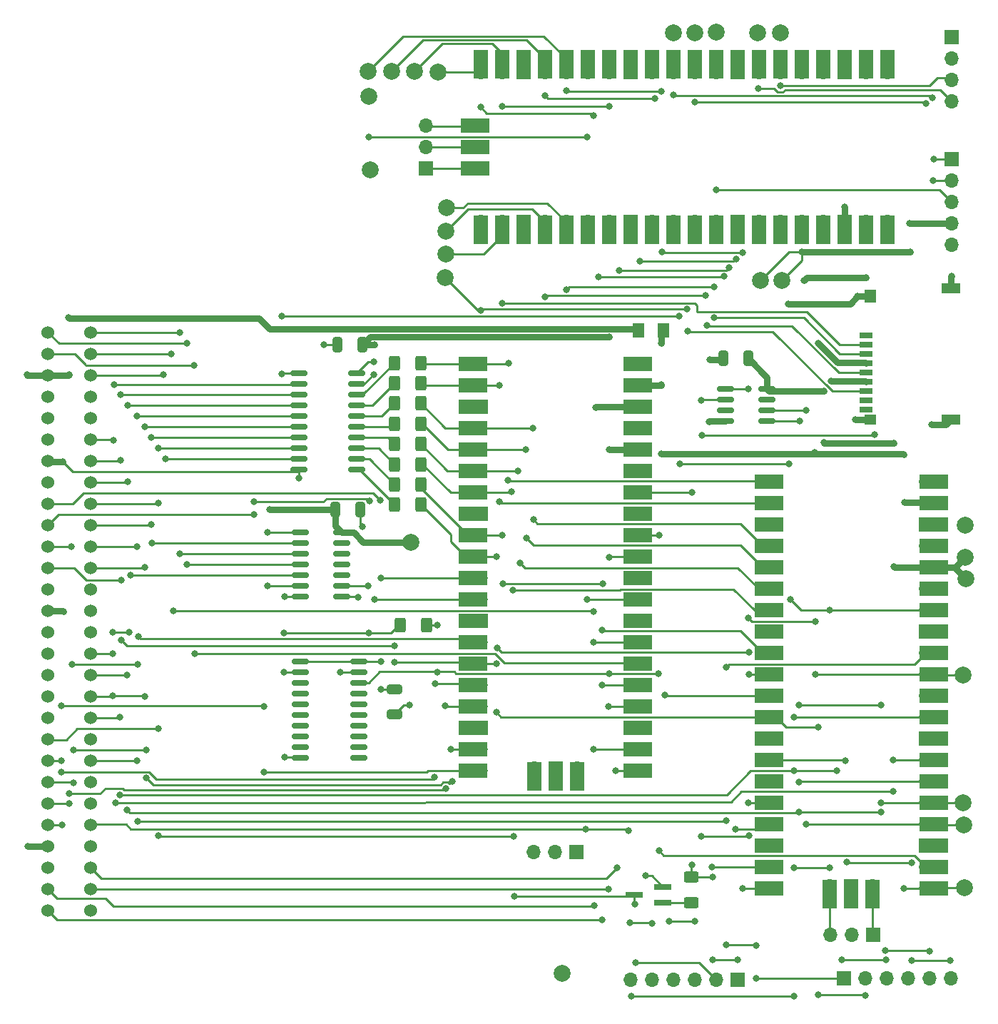
<source format=gtl>
G04 #@! TF.GenerationSoftware,KiCad,Pcbnew,6.0.11-2627ca5db0~126~ubuntu22.04.1*
G04 #@! TF.CreationDate,2023-04-18T11:11:01+01:00*
G04 #@! TF.ProjectId,srom,73726f6d-2e6b-4696-9361-645f70636258,v1.1 to v1.2 WIP*
G04 #@! TF.SameCoordinates,Original*
G04 #@! TF.FileFunction,Copper,L1,Top*
G04 #@! TF.FilePolarity,Positive*
%FSLAX46Y46*%
G04 Gerber Fmt 4.6, Leading zero omitted, Abs format (unit mm)*
G04 Created by KiCad (PCBNEW 6.0.11-2627ca5db0~126~ubuntu22.04.1) date 2023-04-18 11:11:01*
%MOMM*%
%LPD*%
G01*
G04 APERTURE LIST*
G04 Aperture macros list*
%AMRoundRect*
0 Rectangle with rounded corners*
0 $1 Rounding radius*
0 $2 $3 $4 $5 $6 $7 $8 $9 X,Y pos of 4 corners*
0 Add a 4 corners polygon primitive as box body*
4,1,4,$2,$3,$4,$5,$6,$7,$8,$9,$2,$3,0*
0 Add four circle primitives for the rounded corners*
1,1,$1+$1,$2,$3*
1,1,$1+$1,$4,$5*
1,1,$1+$1,$6,$7*
1,1,$1+$1,$8,$9*
0 Add four rect primitives between the rounded corners*
20,1,$1+$1,$2,$3,$4,$5,0*
20,1,$1+$1,$4,$5,$6,$7,0*
20,1,$1+$1,$6,$7,$8,$9,0*
20,1,$1+$1,$8,$9,$2,$3,0*%
G04 Aperture macros list end*
G04 #@! TA.AperFunction,SMDPad,CuDef*
%ADD10R,2.000000X0.650000*%
G04 #@! TD*
G04 #@! TA.AperFunction,ComponentPad*
%ADD11C,2.000000*%
G04 #@! TD*
G04 #@! TA.AperFunction,ComponentPad*
%ADD12R,1.700000X1.700000*%
G04 #@! TD*
G04 #@! TA.AperFunction,ComponentPad*
%ADD13O,1.700000X1.700000*%
G04 #@! TD*
G04 #@! TA.AperFunction,SMDPad,CuDef*
%ADD14R,1.700000X3.500000*%
G04 #@! TD*
G04 #@! TA.AperFunction,SMDPad,CuDef*
%ADD15R,3.500000X1.700000*%
G04 #@! TD*
G04 #@! TA.AperFunction,SMDPad,CuDef*
%ADD16RoundRect,0.250000X-0.400000X-0.625000X0.400000X-0.625000X0.400000X0.625000X-0.400000X0.625000X0*%
G04 #@! TD*
G04 #@! TA.AperFunction,SMDPad,CuDef*
%ADD17RoundRect,0.250000X-0.325000X-0.650000X0.325000X-0.650000X0.325000X0.650000X-0.325000X0.650000X0*%
G04 #@! TD*
G04 #@! TA.AperFunction,SMDPad,CuDef*
%ADD18RoundRect,0.250000X-0.625000X0.400000X-0.625000X-0.400000X0.625000X-0.400000X0.625000X0.400000X0*%
G04 #@! TD*
G04 #@! TA.AperFunction,SMDPad,CuDef*
%ADD19R,1.600000X0.700000*%
G04 #@! TD*
G04 #@! TA.AperFunction,SMDPad,CuDef*
%ADD20R,2.200000X1.200000*%
G04 #@! TD*
G04 #@! TA.AperFunction,SMDPad,CuDef*
%ADD21R,1.400000X1.600000*%
G04 #@! TD*
G04 #@! TA.AperFunction,SMDPad,CuDef*
%ADD22R,1.400000X1.200000*%
G04 #@! TD*
G04 #@! TA.AperFunction,SMDPad,CuDef*
%ADD23RoundRect,0.150000X-0.825000X-0.150000X0.825000X-0.150000X0.825000X0.150000X-0.825000X0.150000X0*%
G04 #@! TD*
G04 #@! TA.AperFunction,SMDPad,CuDef*
%ADD24RoundRect,0.150000X-0.837500X-0.150000X0.837500X-0.150000X0.837500X0.150000X-0.837500X0.150000X0*%
G04 #@! TD*
G04 #@! TA.AperFunction,SMDPad,CuDef*
%ADD25RoundRect,0.250000X0.325000X0.650000X-0.325000X0.650000X-0.325000X-0.650000X0.325000X-0.650000X0*%
G04 #@! TD*
G04 #@! TA.AperFunction,SMDPad,CuDef*
%ADD26RoundRect,0.250000X-0.650000X0.325000X-0.650000X-0.325000X0.650000X-0.325000X0.650000X0.325000X0*%
G04 #@! TD*
G04 #@! TA.AperFunction,SMDPad,CuDef*
%ADD27RoundRect,0.250001X0.462499X0.624999X-0.462499X0.624999X-0.462499X-0.624999X0.462499X-0.624999X0*%
G04 #@! TD*
G04 #@! TA.AperFunction,ComponentPad*
%ADD28C,1.524000*%
G04 #@! TD*
G04 #@! TA.AperFunction,ViaPad*
%ADD29C,0.800000*%
G04 #@! TD*
G04 #@! TA.AperFunction,Conductor*
%ADD30C,0.750000*%
G04 #@! TD*
G04 #@! TA.AperFunction,Conductor*
%ADD31C,0.250000*%
G04 #@! TD*
G04 APERTURE END LIST*
D10*
X123360000Y-162530000D03*
X123360000Y-160630000D03*
X119940000Y-161580000D03*
D11*
X159320000Y-124090000D03*
X158970000Y-150690000D03*
X97700000Y-80070000D03*
X88420000Y-66850000D03*
D12*
X95250000Y-75380000D03*
D13*
X95250000Y-72840000D03*
X95250000Y-70300000D03*
D11*
X96640000Y-64000000D03*
X137270000Y-59340000D03*
D13*
X149985000Y-63960000D03*
D14*
X149985000Y-63060000D03*
D13*
X147445000Y-63960000D03*
D14*
X147445000Y-63060000D03*
X144905000Y-63060000D03*
D12*
X144905000Y-63960000D03*
D14*
X142365000Y-63060000D03*
D13*
X142365000Y-63960000D03*
X139825000Y-63960000D03*
D14*
X139825000Y-63060000D03*
D13*
X137285000Y-63960000D03*
D14*
X137285000Y-63060000D03*
D13*
X134745000Y-63960000D03*
D14*
X134745000Y-63060000D03*
D12*
X132205000Y-63960000D03*
D14*
X132205000Y-63060000D03*
D13*
X129665000Y-63960000D03*
D14*
X129665000Y-63060000D03*
D13*
X127125000Y-63960000D03*
D14*
X127125000Y-63060000D03*
D13*
X124585000Y-63960000D03*
D14*
X124585000Y-63060000D03*
D13*
X122045000Y-63960000D03*
D14*
X122045000Y-63060000D03*
D12*
X119505000Y-63960000D03*
D14*
X119505000Y-63060000D03*
D13*
X116965000Y-63960000D03*
D14*
X116965000Y-63060000D03*
D13*
X114425000Y-63960000D03*
D14*
X114425000Y-63060000D03*
D13*
X111885000Y-63960000D03*
D14*
X111885000Y-63060000D03*
X109345000Y-63060000D03*
D13*
X109345000Y-63960000D03*
D12*
X106805000Y-63960000D03*
D14*
X106805000Y-63060000D03*
X104265000Y-63060000D03*
D13*
X104265000Y-63960000D03*
D14*
X101725000Y-63060000D03*
D13*
X101725000Y-63960000D03*
X101725000Y-81740000D03*
D14*
X101725000Y-82640000D03*
X104265000Y-82640000D03*
D13*
X104265000Y-81740000D03*
D14*
X106805000Y-82640000D03*
D12*
X106805000Y-81740000D03*
D14*
X109345000Y-82640000D03*
D13*
X109345000Y-81740000D03*
X111885000Y-81740000D03*
D14*
X111885000Y-82640000D03*
D13*
X114425000Y-81740000D03*
D14*
X114425000Y-82640000D03*
X116965000Y-82640000D03*
D13*
X116965000Y-81740000D03*
D14*
X119505000Y-82640000D03*
D12*
X119505000Y-81740000D03*
D14*
X122045000Y-82640000D03*
D13*
X122045000Y-81740000D03*
X124585000Y-81740000D03*
D14*
X124585000Y-82640000D03*
X127125000Y-82640000D03*
D13*
X127125000Y-81740000D03*
X129665000Y-81740000D03*
D14*
X129665000Y-82640000D03*
X132205000Y-82640000D03*
D12*
X132205000Y-81740000D03*
D14*
X134745000Y-82640000D03*
D13*
X134745000Y-81740000D03*
D14*
X137285000Y-82640000D03*
D13*
X137285000Y-81740000D03*
D14*
X139825000Y-82640000D03*
D13*
X139825000Y-81740000D03*
D14*
X142365000Y-82640000D03*
D13*
X142365000Y-81740000D03*
D12*
X144905000Y-81740000D03*
D14*
X144905000Y-82640000D03*
X147445000Y-82640000D03*
D13*
X147445000Y-81740000D03*
X149985000Y-81740000D03*
D14*
X149985000Y-82640000D03*
D15*
X101055000Y-70310000D03*
D13*
X101955000Y-70310000D03*
D15*
X101055000Y-72850000D03*
D12*
X101955000Y-72850000D03*
D13*
X101955000Y-75390000D03*
D15*
X101055000Y-75390000D03*
D16*
X92200000Y-129570000D03*
X95300000Y-129570000D03*
D11*
X134610000Y-59280000D03*
D12*
X132250000Y-171650000D03*
D13*
X129710000Y-171650000D03*
X127170000Y-171650000D03*
X124630000Y-171650000D03*
X122090000Y-171650000D03*
X119550000Y-171650000D03*
D12*
X144830000Y-171510000D03*
D13*
X147370000Y-171510000D03*
X149910000Y-171510000D03*
X152450000Y-171510000D03*
X154990000Y-171510000D03*
X157530000Y-171510000D03*
D17*
X84455000Y-115900000D03*
X87405000Y-115900000D03*
D11*
X137460000Y-88650000D03*
D18*
X126730000Y-159440000D03*
X126730000Y-162540000D03*
D11*
X93480000Y-119730000D03*
D19*
X147460000Y-95200000D03*
X147460000Y-96300000D03*
X147460000Y-97400000D03*
X147460000Y-98500000D03*
X147460000Y-99600000D03*
X147460000Y-100700000D03*
D20*
X157560000Y-105150000D03*
D21*
X147960000Y-90550000D03*
D22*
X147960000Y-105150000D03*
D20*
X157560000Y-89650000D03*
D19*
X147460000Y-101800000D03*
X147460000Y-102900000D03*
X147460000Y-104000000D03*
D11*
X124570000Y-59270000D03*
X97540000Y-88310000D03*
D23*
X130750000Y-101590000D03*
X130750000Y-102860000D03*
X130750000Y-104130000D03*
X130750000Y-105400000D03*
X135700000Y-105400000D03*
X135700000Y-104130000D03*
X135700000Y-102860000D03*
X135700000Y-101590000D03*
D11*
X97630000Y-85510000D03*
D16*
X91510715Y-108083570D03*
X94610715Y-108083570D03*
D23*
X80305000Y-118610000D03*
X80305000Y-119880000D03*
X80305000Y-121150000D03*
X80305000Y-122420000D03*
X80305000Y-123690000D03*
X80305000Y-124960000D03*
X80305000Y-126230000D03*
X85255000Y-126230000D03*
X85255000Y-124960000D03*
X85255000Y-123690000D03*
X85255000Y-122420000D03*
X85255000Y-121150000D03*
X85255000Y-119880000D03*
X85255000Y-118610000D03*
D11*
X91150000Y-63910000D03*
X111380000Y-170920000D03*
D16*
X91510715Y-112892140D03*
X94610715Y-112892140D03*
D24*
X80127500Y-99695000D03*
X80127500Y-100965000D03*
X80127500Y-102235000D03*
X80127500Y-103505000D03*
X80127500Y-104775000D03*
X80127500Y-106045000D03*
X80127500Y-107315000D03*
X80127500Y-108585000D03*
X80127500Y-109855000D03*
X80127500Y-111125000D03*
X87052500Y-111125000D03*
X87052500Y-109855000D03*
X87052500Y-108585000D03*
X87052500Y-107315000D03*
X87052500Y-106045000D03*
X87052500Y-104775000D03*
X87052500Y-103505000D03*
X87052500Y-102235000D03*
X87052500Y-100965000D03*
X87052500Y-99695000D03*
D12*
X157590000Y-74260000D03*
D13*
X157590000Y-76800000D03*
X157590000Y-79340000D03*
X157590000Y-81880000D03*
X157590000Y-84420000D03*
D11*
X93840000Y-63910000D03*
D15*
X135920000Y-112575000D03*
D13*
X136820000Y-112575000D03*
X136820000Y-115115000D03*
D15*
X135920000Y-115115000D03*
X135920000Y-117655000D03*
D12*
X136820000Y-117655000D03*
D13*
X136820000Y-120195000D03*
D15*
X135920000Y-120195000D03*
D13*
X136820000Y-122735000D03*
D15*
X135920000Y-122735000D03*
D13*
X136820000Y-125275000D03*
D15*
X135920000Y-125275000D03*
X135920000Y-127815000D03*
D13*
X136820000Y-127815000D03*
D12*
X136820000Y-130355000D03*
D15*
X135920000Y-130355000D03*
D13*
X136820000Y-132895000D03*
D15*
X135920000Y-132895000D03*
D13*
X136820000Y-135435000D03*
D15*
X135920000Y-135435000D03*
X135920000Y-137975000D03*
D13*
X136820000Y-137975000D03*
X136820000Y-140515000D03*
D15*
X135920000Y-140515000D03*
X135920000Y-143055000D03*
D12*
X136820000Y-143055000D03*
D13*
X136820000Y-145595000D03*
D15*
X135920000Y-145595000D03*
D13*
X136820000Y-148135000D03*
D15*
X135920000Y-148135000D03*
X135920000Y-150675000D03*
D13*
X136820000Y-150675000D03*
D15*
X135920000Y-153215000D03*
D13*
X136820000Y-153215000D03*
D15*
X135920000Y-155755000D03*
D12*
X136820000Y-155755000D03*
D15*
X135920000Y-158295000D03*
D13*
X136820000Y-158295000D03*
X136820000Y-160835000D03*
D15*
X135920000Y-160835000D03*
X155500000Y-160835000D03*
D13*
X154600000Y-160835000D03*
X154600000Y-158295000D03*
D15*
X155500000Y-158295000D03*
X155500000Y-155755000D03*
D12*
X154600000Y-155755000D03*
D15*
X155500000Y-153215000D03*
D13*
X154600000Y-153215000D03*
D15*
X155500000Y-150675000D03*
D13*
X154600000Y-150675000D03*
X154600000Y-148135000D03*
D15*
X155500000Y-148135000D03*
D13*
X154600000Y-145595000D03*
D15*
X155500000Y-145595000D03*
D12*
X154600000Y-143055000D03*
D15*
X155500000Y-143055000D03*
D13*
X154600000Y-140515000D03*
D15*
X155500000Y-140515000D03*
D13*
X154600000Y-137975000D03*
D15*
X155500000Y-137975000D03*
X155500000Y-135435000D03*
D13*
X154600000Y-135435000D03*
D15*
X155500000Y-132895000D03*
D13*
X154600000Y-132895000D03*
D15*
X155500000Y-130355000D03*
D12*
X154600000Y-130355000D03*
D15*
X155500000Y-127815000D03*
D13*
X154600000Y-127815000D03*
D15*
X155500000Y-125275000D03*
D13*
X154600000Y-125275000D03*
D15*
X155500000Y-122735000D03*
D13*
X154600000Y-122735000D03*
X154600000Y-120195000D03*
D15*
X155500000Y-120195000D03*
D12*
X154600000Y-117655000D03*
D15*
X155500000Y-117655000D03*
D13*
X154600000Y-115115000D03*
D15*
X155500000Y-115115000D03*
X155500000Y-112575000D03*
D13*
X154600000Y-112575000D03*
D14*
X143170000Y-161505000D03*
D13*
X143170000Y-160605000D03*
D12*
X145710000Y-160605000D03*
D14*
X145710000Y-161505000D03*
D13*
X148250000Y-160605000D03*
D14*
X148250000Y-161505000D03*
D11*
X97630000Y-82820000D03*
X159260000Y-121520000D03*
X88660000Y-75580000D03*
D16*
X91510715Y-103275000D03*
X94610715Y-103275000D03*
D11*
X88400000Y-63840000D03*
D12*
X157590000Y-59800000D03*
D13*
X157590000Y-62340000D03*
X157590000Y-64880000D03*
X157590000Y-67420000D03*
D16*
X91510715Y-115296430D03*
X94610715Y-115296430D03*
D25*
X87685000Y-96290000D03*
X84735000Y-96290000D03*
D11*
X129650000Y-59250000D03*
D16*
X91510715Y-100870715D03*
X94610715Y-100870715D03*
D12*
X113115000Y-156480000D03*
D13*
X110575000Y-156480000D03*
X108035000Y-156480000D03*
D16*
X91510715Y-98466430D03*
X94610715Y-98466430D03*
D25*
X133480000Y-97950000D03*
X130530000Y-97950000D03*
D11*
X159110000Y-160750000D03*
X158990000Y-135530000D03*
D12*
X148290000Y-166340000D03*
D13*
X145750000Y-166340000D03*
X143210000Y-166340000D03*
D26*
X91520000Y-137195000D03*
X91520000Y-140145000D03*
D24*
X80357500Y-133875000D03*
X80357500Y-135145000D03*
X80357500Y-136415000D03*
X80357500Y-137685000D03*
X80357500Y-138955000D03*
X80357500Y-140225000D03*
X80357500Y-141495000D03*
X80357500Y-142765000D03*
X80357500Y-144035000D03*
X80357500Y-145305000D03*
X87282500Y-145305000D03*
X87282500Y-144035000D03*
X87282500Y-142765000D03*
X87282500Y-141495000D03*
X87282500Y-140225000D03*
X87282500Y-138955000D03*
X87282500Y-137685000D03*
X87282500Y-136415000D03*
X87282500Y-135145000D03*
X87282500Y-133875000D03*
D27*
X123397500Y-94580000D03*
X120422500Y-94580000D03*
D16*
X91510715Y-110487855D03*
X94610715Y-110487855D03*
D11*
X159040000Y-153260000D03*
X134970000Y-88650000D03*
D28*
X50390000Y-105000000D03*
X55390000Y-105000000D03*
X55390000Y-94840000D03*
X55390000Y-97380000D03*
X55390000Y-99920000D03*
X55390000Y-102460000D03*
X55390000Y-107540000D03*
X55390000Y-110080000D03*
X55390000Y-112620000D03*
X55390000Y-115160000D03*
X55390000Y-117700000D03*
X55390000Y-120240000D03*
X55390000Y-122780000D03*
X55390000Y-125320000D03*
X55390000Y-127860000D03*
X55390000Y-130400000D03*
X55390000Y-132940000D03*
X55390000Y-135480000D03*
X55390000Y-138020000D03*
X55390000Y-140560000D03*
X55390000Y-143100000D03*
X55390000Y-145640000D03*
X55390000Y-148180000D03*
X55390000Y-150720000D03*
X55390000Y-153260000D03*
X55390000Y-155800000D03*
X55390000Y-158340000D03*
X55390000Y-160880000D03*
X55390000Y-163420000D03*
X50390000Y-94840000D03*
X50390000Y-97380000D03*
X50390000Y-99920000D03*
X50390000Y-102460000D03*
X50390000Y-107540000D03*
X50390000Y-110080000D03*
X50390000Y-112620000D03*
X50390000Y-115160000D03*
X50390000Y-117700000D03*
X50390000Y-120240000D03*
X50390000Y-122780000D03*
X50390000Y-125320000D03*
X50390000Y-127860000D03*
X50390000Y-130400000D03*
X50390000Y-132940000D03*
X50390000Y-135480000D03*
X50390000Y-138020000D03*
X50390000Y-140560000D03*
X50390000Y-143100000D03*
X50390000Y-145640000D03*
X50390000Y-148180000D03*
X50390000Y-150720000D03*
X50390000Y-153260000D03*
X50390000Y-155800000D03*
X50390000Y-158340000D03*
X50390000Y-160880000D03*
X50390000Y-163420000D03*
D11*
X159230000Y-117730000D03*
D16*
X91510715Y-105679285D03*
X94610715Y-105679285D03*
D13*
X101730000Y-98570000D03*
D15*
X100830000Y-98570000D03*
D13*
X101730000Y-101110000D03*
D15*
X100830000Y-101110000D03*
D12*
X101730000Y-103650000D03*
D15*
X100830000Y-103650000D03*
D13*
X101730000Y-106190000D03*
D15*
X100830000Y-106190000D03*
X100830000Y-108730000D03*
D13*
X101730000Y-108730000D03*
X101730000Y-111270000D03*
D15*
X100830000Y-111270000D03*
X100830000Y-113810000D03*
D13*
X101730000Y-113810000D03*
D12*
X101730000Y-116350000D03*
D15*
X100830000Y-116350000D03*
X100830000Y-118890000D03*
D13*
X101730000Y-118890000D03*
D15*
X100830000Y-121430000D03*
D13*
X101730000Y-121430000D03*
D15*
X100830000Y-123970000D03*
D13*
X101730000Y-123970000D03*
D15*
X100830000Y-126510000D03*
D13*
X101730000Y-126510000D03*
D15*
X100830000Y-129050000D03*
D12*
X101730000Y-129050000D03*
D15*
X100830000Y-131590000D03*
D13*
X101730000Y-131590000D03*
D15*
X100830000Y-134130000D03*
D13*
X101730000Y-134130000D03*
D15*
X100830000Y-136670000D03*
D13*
X101730000Y-136670000D03*
X101730000Y-139210000D03*
D15*
X100830000Y-139210000D03*
X100830000Y-141750000D03*
D12*
X101730000Y-141750000D03*
D13*
X101730000Y-144290000D03*
D15*
X100830000Y-144290000D03*
D13*
X101730000Y-146830000D03*
D15*
X100830000Y-146830000D03*
X120410000Y-146830000D03*
D13*
X119510000Y-146830000D03*
X119510000Y-144290000D03*
D15*
X120410000Y-144290000D03*
D12*
X119510000Y-141750000D03*
D15*
X120410000Y-141750000D03*
X120410000Y-139210000D03*
D13*
X119510000Y-139210000D03*
X119510000Y-136670000D03*
D15*
X120410000Y-136670000D03*
D13*
X119510000Y-134130000D03*
D15*
X120410000Y-134130000D03*
X120410000Y-131590000D03*
D13*
X119510000Y-131590000D03*
D15*
X120410000Y-129050000D03*
D12*
X119510000Y-129050000D03*
D15*
X120410000Y-126510000D03*
D13*
X119510000Y-126510000D03*
X119510000Y-123970000D03*
D15*
X120410000Y-123970000D03*
D13*
X119510000Y-121430000D03*
D15*
X120410000Y-121430000D03*
X120410000Y-118890000D03*
D13*
X119510000Y-118890000D03*
D12*
X119510000Y-116350000D03*
D15*
X120410000Y-116350000D03*
X120410000Y-113810000D03*
D13*
X119510000Y-113810000D03*
D15*
X120410000Y-111270000D03*
D13*
X119510000Y-111270000D03*
D15*
X120410000Y-108730000D03*
D13*
X119510000Y-108730000D03*
D15*
X120410000Y-106190000D03*
D13*
X119510000Y-106190000D03*
D15*
X120410000Y-103650000D03*
D12*
X119510000Y-103650000D03*
D13*
X119510000Y-101110000D03*
D15*
X120410000Y-101110000D03*
D13*
X119510000Y-98570000D03*
D15*
X120410000Y-98570000D03*
D14*
X108080000Y-147500000D03*
D13*
X108080000Y-146600000D03*
D12*
X110620000Y-146600000D03*
D14*
X110620000Y-147500000D03*
X113160000Y-147500000D03*
D13*
X113160000Y-146600000D03*
D11*
X127140000Y-59270000D03*
D29*
X87660000Y-117910000D03*
X146480000Y-90550000D03*
X87170000Y-126250000D03*
X157620000Y-88150000D03*
X89020000Y-99840000D03*
X146190000Y-105150000D03*
X138220000Y-91470000D03*
X93250000Y-139060000D03*
X128860000Y-105420000D03*
X52170000Y-110180000D03*
X121260000Y-159300000D03*
X80160000Y-112130000D03*
X128880000Y-98070000D03*
X78470000Y-145270000D03*
X85060000Y-135170000D03*
X144910000Y-79980000D03*
X83140000Y-96290000D03*
X115390000Y-103720000D03*
X52190000Y-127940000D03*
X78450000Y-126230000D03*
X155260000Y-105750000D03*
X143310000Y-100640000D03*
X76670000Y-115850000D03*
X47900000Y-99900000D03*
X52840000Y-93050000D03*
X47990000Y-155820000D03*
X76710000Y-94420000D03*
X52860000Y-99890000D03*
X147490000Y-88380000D03*
X123180000Y-109270000D03*
X141410000Y-109050000D03*
X152040000Y-115010000D03*
X140090000Y-88690000D03*
X151950000Y-109330000D03*
X123180000Y-96120000D03*
X123180000Y-101080000D03*
X76420000Y-118600000D03*
X76400000Y-124960000D03*
X89840000Y-114750000D03*
X89849000Y-123980000D03*
X88567701Y-114822299D03*
X74840000Y-114970000D03*
X89124500Y-126500000D03*
X74840000Y-116430000D03*
X53190000Y-134240000D03*
X53164500Y-120250000D03*
X61010000Y-134260000D03*
X61070000Y-130890000D03*
X141770000Y-141660000D03*
X147390000Y-173490000D03*
X59100000Y-131360000D03*
X103570000Y-134110000D03*
X141780000Y-173440000D03*
X103570000Y-139930000D03*
X91490000Y-132030000D03*
X91490000Y-134020000D03*
X59070000Y-124200000D03*
X96310000Y-136560000D03*
X51980000Y-146990000D03*
X52060000Y-153300000D03*
X96260000Y-147610000D03*
X97550000Y-139110000D03*
X52890000Y-149590000D03*
X97590000Y-148965500D03*
X52860000Y-150720000D03*
X98340000Y-148090000D03*
X62020000Y-144400000D03*
X98220000Y-144290000D03*
X62040000Y-147720000D03*
X53430000Y-144410000D03*
X53420000Y-148260000D03*
X76040000Y-147020000D03*
X51950000Y-139110000D03*
X76030000Y-139210000D03*
X51970000Y-145640000D03*
X117760000Y-146870000D03*
X117940000Y-158330000D03*
X115190000Y-162830000D03*
X115160000Y-144310000D03*
X116930000Y-139260000D03*
X116920000Y-160890000D03*
X116113000Y-164507000D03*
X116110000Y-136650000D03*
X67780000Y-132950000D03*
X67750000Y-98730000D03*
X65280000Y-127900000D03*
X64960000Y-97430000D03*
X115110000Y-131570000D03*
X115080000Y-127930000D03*
X58200000Y-101020000D03*
X58160000Y-107630000D03*
X58960000Y-102260000D03*
X58960000Y-109980000D03*
X59850000Y-112560000D03*
X59850000Y-103460000D03*
X60910000Y-104750000D03*
X60910000Y-120280000D03*
X61850000Y-106070000D03*
X61850000Y-122680000D03*
X62650000Y-117660000D03*
X62610000Y-107270000D03*
X63500000Y-115130000D03*
X63500000Y-108560000D03*
X64030000Y-99820000D03*
X64300000Y-109880000D03*
X103673900Y-132269190D03*
X103630000Y-121460000D03*
X133570498Y-132830000D03*
X133610000Y-135430000D03*
X104310000Y-118920000D03*
X116225500Y-124680000D03*
X104400000Y-124680000D03*
X116110000Y-130130000D03*
X105360000Y-113710000D03*
X105540000Y-125404500D03*
X106140000Y-111280000D03*
X106440000Y-122230000D03*
X107164500Y-119220000D03*
X107050000Y-108750000D03*
X107940000Y-106230000D03*
X107980000Y-117070000D03*
X103920000Y-101110000D03*
X103980000Y-114960000D03*
X105010000Y-98490000D03*
X105000000Y-112400000D03*
X78360000Y-130480500D03*
X88460000Y-130480500D03*
X88400000Y-124880000D03*
X78410000Y-135160000D03*
X66830000Y-96130000D03*
X66880000Y-122420000D03*
X66020000Y-121130000D03*
X66010000Y-94860000D03*
X114190000Y-153760000D03*
X114400000Y-126510000D03*
X119280000Y-153920000D03*
X119410000Y-164900000D03*
X122060000Y-164940000D03*
X143175000Y-127815000D03*
X78100000Y-92890000D03*
X138910000Y-158360000D03*
X78100000Y-99760000D03*
X119600000Y-173580000D03*
X138360000Y-110420000D03*
X138480000Y-126510000D03*
X143150000Y-158360000D03*
X125260000Y-92930000D03*
X125340000Y-110450000D03*
X138930000Y-173610000D03*
X61860000Y-138060000D03*
X150680000Y-149300000D03*
X58390000Y-150700000D03*
X150690000Y-145580000D03*
X58080000Y-137960000D03*
X62680000Y-119850000D03*
X124590000Y-66630000D03*
X155320000Y-66970000D03*
X155470000Y-74260000D03*
X58080000Y-130460000D03*
X58060000Y-132980000D03*
X60010000Y-130430000D03*
X60190000Y-123680000D03*
X63470000Y-141880000D03*
X120004500Y-162640000D03*
X105680000Y-154630000D03*
X120135000Y-169625000D03*
X105700000Y-161710000D03*
X63480000Y-154520000D03*
X126790000Y-113840000D03*
X126770000Y-158060000D03*
X129220000Y-169260000D03*
X129220000Y-159450000D03*
X132250000Y-169290000D03*
X154595500Y-67679682D03*
X127120000Y-67514500D03*
X155410000Y-76800000D03*
X129680000Y-77940000D03*
X137290000Y-65610000D03*
X134710000Y-65870000D03*
X122870000Y-156370000D03*
X116950000Y-121550000D03*
X122845000Y-135305000D03*
X96570000Y-129570000D03*
X96600000Y-135140000D03*
X116950000Y-135300000D03*
X127150000Y-164730000D03*
X122900000Y-118910000D03*
X124090000Y-164710000D03*
X123594500Y-137910000D03*
X154990000Y-168240000D03*
X59760000Y-151510000D03*
X149260000Y-151780000D03*
X149770000Y-168220000D03*
X59770000Y-135500000D03*
X139510000Y-151790000D03*
X139510000Y-148190000D03*
X138940000Y-140490000D03*
X149810000Y-169320000D03*
X144570000Y-169280000D03*
X143970000Y-146880000D03*
X138940000Y-146870000D03*
X58900000Y-140530000D03*
X58940000Y-149690000D03*
X133525998Y-150674002D03*
X101730000Y-68130000D03*
X115710000Y-88290000D03*
X130585500Y-88204500D03*
X115130000Y-69090000D03*
X133600000Y-154540000D03*
X127920000Y-154640000D03*
X132015500Y-86147618D03*
X122440000Y-67110000D03*
X120660000Y-86370000D03*
X131950000Y-153750000D03*
X109350000Y-66760000D03*
X129190000Y-158310000D03*
X104290000Y-68000000D03*
X131205500Y-87144500D03*
X116950000Y-67990000D03*
X118170000Y-87480000D03*
X111870000Y-66120000D03*
X132780000Y-160800000D03*
X123290000Y-85260000D03*
X123150000Y-66270000D03*
X132780000Y-85400000D03*
X127980000Y-107030000D03*
X127910000Y-102870000D03*
X148450000Y-106970000D03*
X151920000Y-160850000D03*
X140310000Y-104080000D03*
X140310000Y-153230000D03*
X139510000Y-139040000D03*
X149260000Y-139040000D03*
X149270000Y-150700000D03*
X139585500Y-105360000D03*
X133464500Y-101590000D03*
X141470000Y-129140000D03*
X133490000Y-128700000D03*
X141490000Y-135420000D03*
X60960000Y-145650000D03*
X130910000Y-134540000D03*
X130870000Y-167530000D03*
X134430000Y-167590000D03*
X130860000Y-152770000D03*
X134430000Y-171500000D03*
X61040000Y-152830000D03*
X89855000Y-133875000D03*
X116980000Y-108730000D03*
X89130000Y-96300000D03*
X89860000Y-137190000D03*
X117020000Y-95380000D03*
X89010000Y-98340000D03*
X150740000Y-107980000D03*
X142470000Y-107940000D03*
X142460048Y-101839952D03*
X150790000Y-122660000D03*
X141810000Y-96170000D03*
X152620000Y-81880000D03*
X152720000Y-85270000D03*
X139825000Y-85275000D03*
X126250000Y-92100000D03*
X126280000Y-94700000D03*
X101730000Y-92205500D03*
X104320000Y-91375500D03*
X128580000Y-94000000D03*
X109340000Y-90651000D03*
X128420000Y-90470000D03*
X111910000Y-89745500D03*
X129470000Y-93124500D03*
X129400000Y-89450000D03*
X145140000Y-157654500D03*
X152850000Y-157730000D03*
X152880000Y-169330000D03*
X157430000Y-169360000D03*
X145020000Y-145690000D03*
X88450000Y-71630000D03*
X114360000Y-71660000D03*
D30*
X138220000Y-91470000D02*
X145560000Y-91470000D01*
X128880000Y-98070000D02*
X130410000Y-98070000D01*
X157620000Y-88150000D02*
X157560000Y-88210000D01*
D31*
X87150000Y-126230000D02*
X87170000Y-126250000D01*
D30*
X52170000Y-110180000D02*
X50490000Y-110180000D01*
D31*
X91520000Y-140145000D02*
X92605000Y-139060000D01*
X52170000Y-110180000D02*
X53340000Y-111350000D01*
X121260000Y-159300000D02*
X122030000Y-159300000D01*
D30*
X147400000Y-100640000D02*
X143310000Y-100640000D01*
D31*
X80127500Y-112097500D02*
X80160000Y-112130000D01*
D30*
X130750000Y-105400000D02*
X128880000Y-105400000D01*
X146480000Y-90550000D02*
X147960000Y-90550000D01*
D31*
X79902500Y-111350000D02*
X80127500Y-111125000D01*
D30*
X145560000Y-91470000D02*
X146480000Y-90550000D01*
D31*
X87405000Y-117655000D02*
X87660000Y-117910000D01*
X84735000Y-96290000D02*
X83140000Y-96290000D01*
X80127500Y-111125000D02*
X80127500Y-112097500D01*
X85085000Y-135145000D02*
X85060000Y-135170000D01*
X95260000Y-72850000D02*
X101955000Y-72850000D01*
D30*
X52110000Y-127860000D02*
X52190000Y-127940000D01*
D31*
X80305000Y-126230000D02*
X78450000Y-126230000D01*
D30*
X156960000Y-105750000D02*
X157560000Y-105150000D01*
X50390000Y-127860000D02*
X52110000Y-127860000D01*
X119510000Y-103650000D02*
X115460000Y-103650000D01*
X157560000Y-88210000D02*
X157560000Y-89650000D01*
X115460000Y-103650000D02*
X115390000Y-103720000D01*
D31*
X78470000Y-145270000D02*
X80322500Y-145270000D01*
X122030000Y-159300000D02*
X123360000Y-160630000D01*
X87405000Y-115900000D02*
X87405000Y-117655000D01*
X87895000Y-100965000D02*
X89020000Y-99840000D01*
X87282500Y-135145000D02*
X85085000Y-135145000D01*
D30*
X146190000Y-105150000D02*
X147960000Y-105150000D01*
D31*
X85255000Y-126230000D02*
X87150000Y-126230000D01*
D30*
X147460000Y-100700000D02*
X147400000Y-100640000D01*
X128880000Y-105400000D02*
X128860000Y-105420000D01*
D31*
X53340000Y-111350000D02*
X79902500Y-111350000D01*
D30*
X155260000Y-105750000D02*
X156960000Y-105750000D01*
X144905000Y-79985000D02*
X144910000Y-79980000D01*
D31*
X92605000Y-139060000D02*
X93250000Y-139060000D01*
D30*
X144905000Y-81740000D02*
X144905000Y-79985000D01*
X85255000Y-118610000D02*
X86680000Y-118610000D01*
X47990000Y-155820000D02*
X50370000Y-155820000D01*
X78800000Y-94420000D02*
X76710000Y-94420000D01*
X78815000Y-94405000D02*
X78800000Y-94420000D01*
X87800000Y-119730000D02*
X93480000Y-119730000D01*
X52830000Y-99920000D02*
X52860000Y-99890000D01*
X52920000Y-93130000D02*
X75420000Y-93130000D01*
X84455000Y-115900000D02*
X84455000Y-117810000D01*
X86680000Y-118610000D02*
X87800000Y-119730000D01*
X52840000Y-93050000D02*
X52920000Y-93130000D01*
X120247500Y-94405000D02*
X78815000Y-94405000D01*
X84455000Y-117810000D02*
X85255000Y-118610000D01*
X50390000Y-99920000D02*
X52830000Y-99920000D01*
X76670000Y-115850000D02*
X76720000Y-115900000D01*
X76720000Y-115900000D02*
X84455000Y-115900000D01*
D31*
X85030000Y-118730000D02*
X84480000Y-118180000D01*
D30*
X75420000Y-93130000D02*
X76710000Y-94420000D01*
X50390000Y-99920000D02*
X47920000Y-99920000D01*
X47920000Y-99920000D02*
X47900000Y-99900000D01*
X140090000Y-88690000D02*
X140400000Y-88380000D01*
X123180000Y-109270000D02*
X151890000Y-109270000D01*
X123150000Y-101110000D02*
X123180000Y-101080000D01*
X151890000Y-109270000D02*
X151950000Y-109330000D01*
X140400000Y-88380000D02*
X147490000Y-88380000D01*
X152040000Y-115010000D02*
X154495000Y-115010000D01*
X119510000Y-101110000D02*
X123150000Y-101110000D01*
X123180000Y-96120000D02*
X123180000Y-94797500D01*
D31*
X76430000Y-118610000D02*
X76420000Y-118600000D01*
X76400000Y-124960000D02*
X80305000Y-124960000D01*
X80305000Y-118610000D02*
X76430000Y-118610000D01*
X89859000Y-123970000D02*
X101730000Y-123970000D01*
X88970000Y-113890000D02*
X89740000Y-114660000D01*
X54600000Y-113890000D02*
X88970000Y-113890000D01*
X89740000Y-114660000D02*
X89830000Y-114750000D01*
X53330000Y-115160000D02*
X54600000Y-113890000D01*
X50390000Y-115160000D02*
X53330000Y-115160000D01*
X89830000Y-114750000D02*
X89840000Y-114750000D01*
X89849000Y-123980000D02*
X89859000Y-123970000D01*
X74820000Y-116450000D02*
X51640000Y-116450000D01*
X83060000Y-114970000D02*
X83460000Y-114570000D01*
X83460000Y-114570000D02*
X88315402Y-114570000D01*
X74840000Y-116430000D02*
X74820000Y-116450000D01*
X74840000Y-114970000D02*
X83060000Y-114970000D01*
X88315402Y-114570000D02*
X88567701Y-114822299D01*
X51640000Y-116450000D02*
X50390000Y-117700000D01*
X89124500Y-126500000D02*
X101720000Y-126500000D01*
X50390000Y-120240000D02*
X53154500Y-120240000D01*
X60990000Y-134240000D02*
X61010000Y-134260000D01*
X61070000Y-130890000D02*
X61385000Y-131205000D01*
X53190000Y-134240000D02*
X60990000Y-134240000D01*
X53154500Y-120240000D02*
X53164500Y-120250000D01*
X61385000Y-131205000D02*
X101345000Y-131205000D01*
X103550000Y-134130000D02*
X103570000Y-134110000D01*
X89095000Y-132035000D02*
X59775000Y-132035000D01*
X141780000Y-173440000D02*
X147340000Y-173440000D01*
X147340000Y-173440000D02*
X147390000Y-173490000D01*
X59775000Y-132035000D02*
X59100000Y-131360000D01*
X137965000Y-141660000D02*
X141770000Y-141660000D01*
X101730000Y-134130000D02*
X103550000Y-134130000D01*
X104155000Y-140515000D02*
X136820000Y-140515000D01*
X53480000Y-122780000D02*
X54900000Y-124200000D01*
X91490000Y-132030000D02*
X89095000Y-132035000D01*
X136820000Y-140515000D02*
X137965000Y-141660000D01*
X103570000Y-139930000D02*
X104155000Y-140515000D01*
X54900000Y-124200000D02*
X59070000Y-124200000D01*
X50390000Y-122780000D02*
X53480000Y-122780000D01*
X91490000Y-134020000D02*
X101620000Y-134020000D01*
X96260000Y-147610000D02*
X95990000Y-147880000D01*
X95990000Y-147880000D02*
X63225305Y-147880000D01*
X50390000Y-153260000D02*
X52020000Y-153260000D01*
X96310000Y-136560000D02*
X101620000Y-136560000D01*
X63225305Y-147880000D02*
X62335305Y-146990000D01*
X52020000Y-153260000D02*
X52060000Y-153300000D01*
X62335305Y-146990000D02*
X51980000Y-146990000D01*
X59435305Y-149160000D02*
X59240305Y-148965000D01*
X50390000Y-150720000D02*
X52860000Y-150720000D01*
X97550000Y-139110000D02*
X97650000Y-139210000D01*
X97650000Y-139210000D02*
X101730000Y-139210000D01*
X97590000Y-148965500D02*
X97395500Y-149160000D01*
X57195000Y-148965000D02*
X56570000Y-149590000D01*
X56570000Y-149590000D02*
X52890000Y-149590000D01*
X97395500Y-149160000D02*
X59435305Y-149160000D01*
X59240305Y-148965000D02*
X57195000Y-148965000D01*
X97890305Y-148240500D02*
X97289695Y-148240500D01*
X97010195Y-148520000D02*
X62840000Y-148520000D01*
X53340000Y-148180000D02*
X53420000Y-148260000D01*
X98340000Y-148090000D02*
X98039902Y-148390098D01*
X98220000Y-144290000D02*
X101730000Y-144290000D01*
X97289695Y-148240500D02*
X97010195Y-148520000D01*
X62840000Y-148520000D02*
X62040000Y-147720000D01*
X62010000Y-144410000D02*
X62020000Y-144400000D01*
X98039902Y-148390098D02*
X97890305Y-148240500D01*
X53430000Y-144410000D02*
X62010000Y-144410000D01*
X50390000Y-148180000D02*
X53340000Y-148180000D01*
X95500000Y-146830000D02*
X101730000Y-146830000D01*
X50390000Y-145640000D02*
X51970000Y-145640000D01*
X75930000Y-139110000D02*
X76030000Y-139210000D01*
X76040000Y-147020000D02*
X95310000Y-147020000D01*
X51950000Y-139110000D02*
X75930000Y-139110000D01*
X95310000Y-147020000D02*
X95500000Y-146830000D01*
X116630000Y-159640000D02*
X117940000Y-158330000D01*
X55390000Y-158340000D02*
X56690000Y-159640000D01*
X56690000Y-159640000D02*
X116630000Y-159640000D01*
X117760000Y-146870000D02*
X119470000Y-146870000D01*
X50390000Y-160880000D02*
X51477000Y-161967000D01*
X115160000Y-144310000D02*
X115180000Y-144290000D01*
X57217000Y-161967000D02*
X58160000Y-162910000D01*
X115180000Y-144290000D02*
X119510000Y-144290000D01*
X115110000Y-162910000D02*
X115190000Y-162830000D01*
X58160000Y-162910000D02*
X115110000Y-162910000D01*
X51477000Y-161967000D02*
X57217000Y-161967000D01*
X116930000Y-139260000D02*
X119460000Y-139260000D01*
X116910000Y-160880000D02*
X116920000Y-160890000D01*
X55390000Y-160880000D02*
X116910000Y-160880000D01*
X50390000Y-163420000D02*
X51477000Y-164507000D01*
X116130000Y-136670000D02*
X119510000Y-136670000D01*
X116110000Y-136650000D02*
X116130000Y-136670000D01*
X51477000Y-164507000D02*
X116113000Y-164507000D01*
X104555305Y-134070000D02*
X119450000Y-134070000D01*
X68960000Y-133000000D02*
X69005000Y-132955000D01*
X67830000Y-133000000D02*
X68960000Y-133000000D01*
X50390000Y-97380000D02*
X53530000Y-97380000D01*
X69005000Y-132955000D02*
X103440305Y-132955000D01*
X67780000Y-132950000D02*
X67830000Y-133000000D01*
X53530000Y-97380000D02*
X54800000Y-98650000D01*
X54880000Y-98730000D02*
X67750000Y-98730000D01*
X103440305Y-132955000D02*
X104555305Y-134070000D01*
X54800000Y-98650000D02*
X54880000Y-98730000D01*
X66185000Y-127875000D02*
X115025000Y-127875000D01*
X115025000Y-127875000D02*
X115080000Y-127930000D01*
X55390000Y-97380000D02*
X64910000Y-97380000D01*
X65280000Y-127900000D02*
X66185000Y-127875000D01*
X115110000Y-131570000D02*
X119490000Y-131570000D01*
X64910000Y-97380000D02*
X64960000Y-97430000D01*
X55390000Y-107540000D02*
X58070000Y-107540000D01*
X58070000Y-107540000D02*
X58160000Y-107630000D01*
X58200000Y-101020000D02*
X80072500Y-101020000D01*
X58960000Y-102260000D02*
X80102500Y-102260000D01*
X55390000Y-110080000D02*
X58860000Y-110080000D01*
X58860000Y-110080000D02*
X58960000Y-109980000D01*
X55390000Y-112620000D02*
X59790000Y-112620000D01*
X59790000Y-112620000D02*
X59850000Y-112560000D01*
X59850000Y-103460000D02*
X80082500Y-103460000D01*
X60870000Y-120240000D02*
X60910000Y-120280000D01*
X55390000Y-120240000D02*
X60870000Y-120240000D01*
X60910000Y-104750000D02*
X80102500Y-104750000D01*
X61750000Y-122780000D02*
X61850000Y-122680000D01*
X61850000Y-106070000D02*
X80102500Y-106070000D01*
X55390000Y-122780000D02*
X61750000Y-122780000D01*
X62610000Y-117700000D02*
X62650000Y-117660000D01*
X55390000Y-117700000D02*
X62610000Y-117700000D01*
X62610000Y-107270000D02*
X80082500Y-107270000D01*
X55390000Y-115160000D02*
X63470000Y-115160000D01*
X63470000Y-115160000D02*
X63500000Y-115130000D01*
X63500000Y-108560000D02*
X80102500Y-108560000D01*
X55390000Y-99920000D02*
X63930000Y-99920000D01*
X63930000Y-99920000D02*
X64030000Y-99820000D01*
X64300000Y-109880000D02*
X80102500Y-109880000D01*
X133610000Y-135430000D02*
X133615000Y-135435000D01*
X101730000Y-121430000D02*
X103600000Y-121430000D01*
X94656430Y-115296430D02*
X98150000Y-118790000D01*
X98150000Y-119650000D02*
X99930000Y-121430000D01*
X104224710Y-132820000D02*
X103673900Y-132269190D01*
X133570498Y-132830000D02*
X133560498Y-132820000D01*
X133615000Y-135435000D02*
X136820000Y-135435000D01*
X133560498Y-132820000D02*
X104224710Y-132820000D01*
X98150000Y-118790000D02*
X98150000Y-119650000D01*
X103600000Y-121430000D02*
X103630000Y-121460000D01*
X104400000Y-124680000D02*
X116225500Y-124680000D01*
X101730000Y-118890000D02*
X104280000Y-118890000D01*
X132540000Y-130225000D02*
X135210000Y-132895000D01*
X104280000Y-118890000D02*
X104310000Y-118920000D01*
X116110000Y-130130000D02*
X116205000Y-130225000D01*
X94610715Y-113315715D02*
X100185000Y-118890000D01*
X116205000Y-130225000D02*
X132540000Y-130225000D01*
X101730000Y-113810000D02*
X105260000Y-113810000D01*
X134215000Y-127815000D02*
X136820000Y-127815000D01*
X105540000Y-125404500D02*
X118265500Y-125404500D01*
X94837855Y-110487855D02*
X98160000Y-113810000D01*
X105260000Y-113810000D02*
X105360000Y-113710000D01*
X118265500Y-125404500D02*
X118335000Y-125335000D01*
X98160000Y-113810000D02*
X101730000Y-113810000D01*
X131735000Y-125335000D02*
X134215000Y-127815000D01*
X118335000Y-125335000D02*
X131735000Y-125335000D01*
X94610715Y-108083570D02*
X97797145Y-111270000D01*
X106440000Y-122230000D02*
X107005000Y-122795000D01*
X107005000Y-122795000D02*
X132265000Y-122795000D01*
X101730000Y-111270000D02*
X106130000Y-111270000D01*
X106130000Y-111270000D02*
X106140000Y-111280000D01*
X97797145Y-111270000D02*
X101730000Y-111270000D01*
X132265000Y-122795000D02*
X134745000Y-125275000D01*
X101750000Y-108750000D02*
X107050000Y-108750000D01*
X94779285Y-105679285D02*
X97830000Y-108730000D01*
X132540000Y-120065000D02*
X135210000Y-122735000D01*
X108009500Y-120065000D02*
X132540000Y-120065000D01*
X97830000Y-108730000D02*
X101730000Y-108730000D01*
X107164500Y-119220000D02*
X108009500Y-120065000D01*
X132540000Y-117525000D02*
X135210000Y-120195000D01*
X101730000Y-106190000D02*
X107900000Y-106190000D01*
X107900000Y-106190000D02*
X107940000Y-106230000D01*
X97525715Y-106190000D02*
X101730000Y-106190000D01*
X107980000Y-117070000D02*
X108435000Y-117525000D01*
X94610715Y-103275000D02*
X97525715Y-106190000D01*
X108435000Y-117525000D02*
X132540000Y-117525000D01*
X103980000Y-114960000D02*
X104135000Y-115115000D01*
X94850000Y-101110000D02*
X101730000Y-101110000D01*
X104135000Y-115115000D02*
X136820000Y-115115000D01*
X101730000Y-101110000D02*
X103920000Y-101110000D01*
X105000000Y-112400000D02*
X105045000Y-112445000D01*
X105045000Y-112445000D02*
X136690000Y-112445000D01*
X94714285Y-98570000D02*
X101730000Y-98570000D01*
X101730000Y-98570000D02*
X104930000Y-98570000D01*
X104930000Y-98570000D02*
X105010000Y-98490000D01*
X88320000Y-124960000D02*
X88400000Y-124880000D01*
X88460000Y-130480500D02*
X78360000Y-130480500D01*
X85255000Y-124960000D02*
X88320000Y-124960000D01*
X78410000Y-135160000D02*
X80342500Y-135160000D01*
X88460000Y-130480500D02*
X91109500Y-130480500D01*
X91109500Y-130480500D02*
X92030000Y-129560000D01*
X51670000Y-96120000D02*
X66820000Y-96120000D01*
X66880000Y-122420000D02*
X80305000Y-122420000D01*
X50390000Y-94840000D02*
X51670000Y-96120000D01*
X66820000Y-96120000D02*
X66830000Y-96130000D01*
X66020000Y-121130000D02*
X66040000Y-121150000D01*
X65990000Y-94840000D02*
X66010000Y-94860000D01*
X55390000Y-94840000D02*
X65990000Y-94840000D01*
X66040000Y-121150000D02*
X80305000Y-121150000D01*
X59650000Y-153240000D02*
X60160000Y-153750000D01*
X122020000Y-164900000D02*
X122060000Y-164940000D01*
X114190000Y-153760000D02*
X119120000Y-153760000D01*
X114400000Y-126510000D02*
X119510000Y-126510000D01*
X60170000Y-153760000D02*
X114190000Y-153760000D01*
X119120000Y-153760000D02*
X119280000Y-153920000D01*
X60160000Y-153750000D02*
X60170000Y-153760000D01*
X55650000Y-153240000D02*
X59650000Y-153240000D01*
X119410000Y-164900000D02*
X122020000Y-164900000D01*
X143150000Y-158360000D02*
X138910000Y-158360000D01*
X80127500Y-99695000D02*
X78165000Y-99695000D01*
X125340000Y-110450000D02*
X138330000Y-110450000D01*
X143175000Y-127815000D02*
X154600000Y-127815000D01*
X138330000Y-110450000D02*
X138360000Y-110420000D01*
X138930000Y-173610000D02*
X119630000Y-173610000D01*
X125260000Y-92930000D02*
X78140000Y-92930000D01*
X78140000Y-92930000D02*
X78100000Y-92890000D01*
X138480000Y-126510000D02*
X139785000Y-127815000D01*
X139785000Y-127815000D02*
X143175000Y-127815000D01*
X78165000Y-99695000D02*
X78100000Y-99760000D01*
X119630000Y-173610000D02*
X119600000Y-173580000D01*
X61760000Y-137960000D02*
X61860000Y-138060000D01*
X62680000Y-119850000D02*
X80275000Y-119850000D01*
X55390000Y-138020000D02*
X58020000Y-138020000D01*
X58390000Y-150700000D02*
X131440000Y-150600000D01*
X150705000Y-145595000D02*
X150690000Y-145580000D01*
X132660000Y-149330000D02*
X150885000Y-149310000D01*
X131440000Y-150600000D02*
X132660000Y-149330000D01*
X58020000Y-138020000D02*
X58080000Y-137960000D01*
X154600000Y-145595000D02*
X150705000Y-145595000D01*
X58080000Y-137960000D02*
X61760000Y-137960000D01*
X155470000Y-74260000D02*
X157590000Y-74260000D01*
X155320000Y-66970000D02*
X155140000Y-66790000D01*
X124750000Y-66790000D02*
X124590000Y-66630000D01*
X155140000Y-66790000D02*
X124750000Y-66790000D01*
X58080000Y-130460000D02*
X59980000Y-130460000D01*
X58020000Y-132940000D02*
X58060000Y-132980000D01*
X59980000Y-130460000D02*
X60010000Y-130430000D01*
X60190000Y-123680000D02*
X80295000Y-123680000D01*
X55390000Y-132940000D02*
X58020000Y-132940000D01*
X119940000Y-161580000D02*
X119940000Y-162575500D01*
X120135000Y-169625000D02*
X127685000Y-169625000D01*
X63590000Y-154630000D02*
X105680000Y-154630000D01*
X127685000Y-169625000D02*
X129710000Y-171650000D01*
X52550000Y-143180000D02*
X53850000Y-141880000D01*
X119940000Y-162575500D02*
X120004500Y-162640000D01*
X63480000Y-154520000D02*
X63590000Y-154630000D01*
X50370000Y-143180000D02*
X52550000Y-143180000D01*
X105700000Y-161710000D02*
X119810000Y-161710000D01*
X53850000Y-141880000D02*
X63470000Y-141880000D01*
X129210000Y-159440000D02*
X129220000Y-159450000D01*
X126730000Y-158100000D02*
X126770000Y-158060000D01*
X126730000Y-159440000D02*
X126730000Y-158100000D01*
X126730000Y-159440000D02*
X129210000Y-159440000D01*
X129220000Y-169260000D02*
X132220000Y-169260000D01*
X126790000Y-113840000D02*
X119540000Y-113840000D01*
X132220000Y-169260000D02*
X132250000Y-169290000D01*
X154595500Y-67679682D02*
X154415818Y-67500000D01*
X154415818Y-67500000D02*
X127134500Y-67500000D01*
X127134500Y-67500000D02*
X127120000Y-67514500D01*
X155410000Y-76800000D02*
X157590000Y-76800000D01*
X156190000Y-77940000D02*
X157590000Y-79340000D01*
X129680000Y-77940000D02*
X156190000Y-77940000D01*
X155960000Y-64610000D02*
X157320000Y-64610000D01*
X154960000Y-65610000D02*
X155960000Y-64610000D01*
X137290000Y-65610000D02*
X154960000Y-65610000D01*
X137590305Y-66335000D02*
X137865305Y-66060000D01*
X134710000Y-65870000D02*
X136565000Y-65870000D01*
X136989695Y-66335000D02*
X137590305Y-66335000D01*
X136565000Y-65910305D02*
X136989695Y-66335000D01*
X156230000Y-66060000D02*
X157590000Y-67420000D01*
X136565000Y-65870000D02*
X136565000Y-65910305D01*
X137865305Y-66060000D02*
X156230000Y-66060000D01*
X87707145Y-102270000D02*
X91510715Y-98466430D01*
X87193215Y-103540000D02*
X88841430Y-103540000D01*
X88841430Y-103540000D02*
X91510715Y-100870715D01*
X89975715Y-104810000D02*
X91510715Y-103275000D01*
X87193215Y-104810000D02*
X89975715Y-104810000D01*
X87193215Y-106080000D02*
X91110000Y-106080000D01*
X90777145Y-107350000D02*
X91510715Y-108083570D01*
X87193215Y-107350000D02*
X90777145Y-107350000D01*
X89642860Y-108620000D02*
X91510715Y-110487855D01*
X87193215Y-108620000D02*
X89642860Y-108620000D01*
X88508575Y-109890000D02*
X91510715Y-112892140D01*
X87193215Y-109890000D02*
X88508575Y-109890000D01*
X87374285Y-111160000D02*
X91510715Y-115296430D01*
X123430000Y-156930000D02*
X153235000Y-156930000D01*
X117070000Y-121430000D02*
X119510000Y-121430000D01*
X153235000Y-156930000D02*
X154600000Y-158295000D01*
X116910000Y-135340000D02*
X116950000Y-135300000D01*
X116955000Y-135305000D02*
X122845000Y-135305000D01*
X87282500Y-136415000D02*
X88459695Y-136415000D01*
X98570000Y-135120000D02*
X98790000Y-135340000D01*
X95130000Y-129560000D02*
X96560000Y-129560000D01*
X89754695Y-135120000D02*
X98570000Y-135120000D01*
X116950000Y-135300000D02*
X116955000Y-135305000D01*
X98790000Y-135340000D02*
X116910000Y-135340000D01*
X116950000Y-121550000D02*
X117070000Y-121430000D01*
X88459695Y-136415000D02*
X89754695Y-135120000D01*
X122870000Y-156370000D02*
X123430000Y-156930000D01*
X96560000Y-129560000D02*
X96570000Y-129570000D01*
X123644500Y-137960000D02*
X136805000Y-137960000D01*
X119510000Y-118890000D02*
X122880000Y-118890000D01*
X122880000Y-118890000D02*
X122900000Y-118910000D01*
X124110000Y-164730000D02*
X127150000Y-164730000D01*
X124090000Y-164710000D02*
X124110000Y-164730000D01*
X123594500Y-137910000D02*
X123644500Y-137960000D01*
X60100000Y-151850000D02*
X139450000Y-151850000D01*
X59760000Y-151510000D02*
X60100000Y-151850000D01*
X55390000Y-135480000D02*
X59750000Y-135480000D01*
X139510000Y-148190000D02*
X139565000Y-148135000D01*
X59750000Y-135480000D02*
X59770000Y-135500000D01*
X154970000Y-168220000D02*
X154990000Y-168240000D01*
X139510000Y-151790000D02*
X149250000Y-151790000D01*
X139450000Y-151850000D02*
X139510000Y-151790000D01*
X149250000Y-151790000D02*
X149260000Y-151780000D01*
X139565000Y-148135000D02*
X154600000Y-148135000D01*
X149770000Y-168220000D02*
X154970000Y-168220000D01*
X55390000Y-140560000D02*
X58870000Y-140560000D01*
X58940000Y-149690000D02*
X130925000Y-149690000D01*
X58870000Y-140560000D02*
X58900000Y-140530000D01*
X133745000Y-146870000D02*
X138940000Y-146870000D01*
X130925000Y-149690000D02*
X133745000Y-146870000D01*
X149770000Y-169280000D02*
X149810000Y-169320000D01*
X144570000Y-169280000D02*
X149770000Y-169280000D01*
X138940000Y-146870000D02*
X143960000Y-146870000D01*
X138940000Y-140490000D02*
X138965000Y-140515000D01*
X143960000Y-146870000D02*
X143970000Y-146880000D01*
X138965000Y-140515000D02*
X154600000Y-140515000D01*
X130585500Y-88204500D02*
X130500000Y-88290000D01*
X101725000Y-63960000D02*
X101685000Y-64000000D01*
X101685000Y-64000000D02*
X96640000Y-64000000D01*
X133525998Y-150674002D02*
X133526996Y-150675000D01*
X130500000Y-88290000D02*
X115710000Y-88290000D01*
X114880000Y-68840000D02*
X115130000Y-69090000D01*
X102440000Y-68840000D02*
X114880000Y-68840000D01*
X133526996Y-150675000D02*
X136820000Y-150675000D01*
X133500000Y-154640000D02*
X127920000Y-154640000D01*
X101730000Y-68130000D02*
X102440000Y-68840000D01*
X133600000Y-154540000D02*
X133500000Y-154640000D01*
X131743118Y-86420000D02*
X120710000Y-86420000D01*
X109700000Y-67110000D02*
X122440000Y-67110000D01*
X109345000Y-63960000D02*
X109345000Y-62350000D01*
X94910000Y-60150000D02*
X91150000Y-63910000D01*
X109350000Y-66760000D02*
X109700000Y-67110000D01*
X107145000Y-60150000D02*
X94910000Y-60150000D01*
X132015500Y-86147618D02*
X131743118Y-86420000D01*
X120710000Y-86420000D02*
X120660000Y-86370000D01*
X131950000Y-153750000D02*
X136285000Y-153750000D01*
X109345000Y-62350000D02*
X107145000Y-60150000D01*
X131205500Y-87144500D02*
X130870000Y-87480000D01*
X103090000Y-60600000D02*
X97150000Y-60600000D01*
X97150000Y-60600000D02*
X93840000Y-63910000D01*
X105210000Y-67990000D02*
X116950000Y-67990000D01*
X130870000Y-87480000D02*
X118170000Y-87480000D01*
X104290000Y-68000000D02*
X105200000Y-68000000D01*
X105200000Y-68000000D02*
X105210000Y-67990000D01*
X104265000Y-61775000D02*
X103090000Y-60600000D01*
X104265000Y-63960000D02*
X104265000Y-61775000D01*
X129190000Y-158310000D02*
X136805000Y-158310000D01*
X132815000Y-160835000D02*
X136820000Y-160835000D01*
X132780000Y-160800000D02*
X132815000Y-160835000D01*
X92540000Y-59700000D02*
X88400000Y-63840000D01*
X123100000Y-66220000D02*
X123150000Y-66270000D01*
X132730000Y-85350000D02*
X123380000Y-85350000D01*
X132780000Y-85400000D02*
X132730000Y-85350000D01*
X111885000Y-62350000D02*
X109235000Y-59700000D01*
X123380000Y-85350000D02*
X123290000Y-85260000D01*
X111970000Y-66220000D02*
X123100000Y-66220000D01*
X111885000Y-63960000D02*
X111885000Y-62350000D01*
X111870000Y-66120000D02*
X111970000Y-66220000D01*
X109235000Y-59700000D02*
X92540000Y-59700000D01*
X127980000Y-107030000D02*
X148390000Y-107030000D01*
X148390000Y-107030000D02*
X148450000Y-106970000D01*
X154685000Y-160750000D02*
X154600000Y-160835000D01*
X159110000Y-160750000D02*
X154685000Y-160750000D01*
X130750000Y-102860000D02*
X127920000Y-102860000D01*
X127920000Y-102860000D02*
X127910000Y-102870000D01*
X151920000Y-160850000D02*
X154585000Y-160850000D01*
X140310000Y-153230000D02*
X154585000Y-153230000D01*
X154645000Y-153260000D02*
X154600000Y-153215000D01*
X159040000Y-153260000D02*
X154645000Y-153260000D01*
X140260000Y-104130000D02*
X140310000Y-104080000D01*
X135700000Y-104130000D02*
X140260000Y-104130000D01*
X149270000Y-150700000D02*
X154575000Y-150700000D01*
X139510000Y-139040000D02*
X149260000Y-139040000D01*
X135700000Y-105400000D02*
X139545500Y-105400000D01*
X154615000Y-150690000D02*
X154600000Y-150675000D01*
X139545500Y-105400000D02*
X139585500Y-105360000D01*
X158970000Y-150690000D02*
X154615000Y-150690000D01*
X133490000Y-128700000D02*
X133930000Y-129140000D01*
X130750000Y-101590000D02*
X133464500Y-101590000D01*
X141490000Y-135420000D02*
X141505000Y-135435000D01*
X158990000Y-135530000D02*
X154695000Y-135530000D01*
X154695000Y-135530000D02*
X154600000Y-135435000D01*
X141505000Y-135435000D02*
X154600000Y-135435000D01*
X133930000Y-129140000D02*
X141470000Y-129140000D01*
X134440000Y-171510000D02*
X144830000Y-171510000D01*
X134370000Y-167530000D02*
X134430000Y-167590000D01*
X134430000Y-171500000D02*
X134440000Y-171510000D01*
X60950000Y-145640000D02*
X60960000Y-145650000D01*
X130910000Y-134540000D02*
X131190000Y-134260000D01*
X61040000Y-152830000D02*
X130800000Y-152830000D01*
X153235000Y-134260000D02*
X154600000Y-132895000D01*
X55390000Y-145640000D02*
X60950000Y-145640000D01*
X130800000Y-152830000D02*
X130860000Y-152770000D01*
X131190000Y-134260000D02*
X153235000Y-134260000D01*
X130870000Y-167530000D02*
X134370000Y-167530000D01*
X148250000Y-160605000D02*
X148250000Y-166300000D01*
X143145000Y-160630000D02*
X143145000Y-166275000D01*
X95250000Y-75380000D02*
X97620000Y-75380000D01*
X97620000Y-75380000D02*
X97630000Y-75390000D01*
X97630000Y-75390000D02*
X101955000Y-75390000D01*
X95370000Y-70420000D02*
X101845000Y-70420000D01*
X126720000Y-162530000D02*
X123360000Y-162530000D01*
D30*
X119510000Y-108730000D02*
X116980000Y-108730000D01*
D31*
X89855000Y-133875000D02*
X87282500Y-133875000D01*
D30*
X87685000Y-96290000D02*
X89120000Y-96290000D01*
X89120000Y-96290000D02*
X89130000Y-96300000D01*
D31*
X88407500Y-98340000D02*
X87052500Y-99695000D01*
D30*
X88595000Y-95380000D02*
X87685000Y-96290000D01*
X117020000Y-95380000D02*
X88595000Y-95380000D01*
D31*
X89860000Y-137190000D02*
X91515000Y-137190000D01*
X80357500Y-133875000D02*
X87282500Y-133875000D01*
X89010000Y-98340000D02*
X88407500Y-98340000D01*
D30*
X158045000Y-122735000D02*
X159260000Y-121520000D01*
X150865000Y-122735000D02*
X150790000Y-122660000D01*
X135700000Y-101590000D02*
X135700000Y-100170000D01*
X135949952Y-101839952D02*
X135700000Y-101590000D01*
X135700000Y-100170000D02*
X133480000Y-97950000D01*
X154600000Y-122735000D02*
X158045000Y-122735000D01*
X154600000Y-122735000D02*
X150865000Y-122735000D01*
X142510000Y-107980000D02*
X142470000Y-107940000D01*
X142460048Y-101839952D02*
X135949952Y-101839952D01*
X154600000Y-122735000D02*
X157965000Y-122735000D01*
X150740000Y-107980000D02*
X142510000Y-107980000D01*
X157965000Y-122735000D02*
X159320000Y-124090000D01*
X152620000Y-81880000D02*
X157590000Y-81880000D01*
D31*
X137460000Y-88650000D02*
X139825000Y-86285000D01*
D30*
X144040000Y-98400000D02*
X147360000Y-98400000D01*
D31*
X139825000Y-86285000D02*
X139825000Y-85275000D01*
D30*
X141810000Y-96170000D02*
X144040000Y-98400000D01*
X152715000Y-85275000D02*
X152720000Y-85270000D01*
X147360000Y-98400000D02*
X147460000Y-98500000D01*
D31*
X138345000Y-85275000D02*
X139825000Y-85275000D01*
D30*
X139825000Y-85275000D02*
X152715000Y-85275000D01*
D31*
X134970000Y-88650000D02*
X138345000Y-85275000D01*
X143444695Y-101800000D02*
X147460000Y-101800000D01*
X101435500Y-92205500D02*
X97540000Y-88310000D01*
X136414695Y-94770000D02*
X143444695Y-101800000D01*
X101835500Y-92100000D02*
X126250000Y-92100000D01*
X101730000Y-92205500D02*
X101435500Y-92205500D01*
X101730000Y-92205500D02*
X101835500Y-92100000D01*
X126280000Y-94700000D02*
X126350000Y-94770000D01*
X126350000Y-94770000D02*
X136414695Y-94770000D01*
X104265000Y-83350000D02*
X104265000Y-81740000D01*
X140460000Y-92400000D02*
X144360000Y-96300000D01*
X127420000Y-91641000D02*
X127154500Y-91375500D01*
X104320000Y-91375500D02*
X127154500Y-91375500D01*
X102105000Y-85510000D02*
X104265000Y-83350000D01*
X127420000Y-92400000D02*
X127420000Y-91641000D01*
X127420000Y-92400000D02*
X140460000Y-92400000D01*
X97630000Y-85510000D02*
X102105000Y-85510000D01*
X144360000Y-96300000D02*
X147460000Y-96300000D01*
X144214695Y-99600000D02*
X147460000Y-99600000D01*
X109340000Y-90651000D02*
X109521000Y-90470000D01*
X107845000Y-80240000D02*
X109345000Y-81740000D01*
X97630000Y-82820000D02*
X100210000Y-80240000D01*
X138674695Y-94060000D02*
X144214695Y-99600000D01*
X128640000Y-94060000D02*
X138674695Y-94060000D01*
X100210000Y-80240000D02*
X107845000Y-80240000D01*
X109521000Y-90470000D02*
X128420000Y-90470000D01*
X128580000Y-94000000D02*
X128640000Y-94060000D01*
X111910000Y-89745500D02*
X112205500Y-89450000D01*
X100190000Y-79500000D02*
X109645000Y-79500000D01*
X129470000Y-93124500D02*
X129494500Y-93100000D01*
X144360000Y-97400000D02*
X147460000Y-97400000D01*
X112205500Y-89450000D02*
X129400000Y-89450000D01*
X109645000Y-79500000D02*
X111885000Y-81740000D01*
X97700000Y-80070000D02*
X99620000Y-80070000D01*
X129494500Y-93100000D02*
X140060000Y-93100000D01*
X140060000Y-93100000D02*
X144360000Y-97400000D01*
X99620000Y-80070000D02*
X100190000Y-79500000D01*
X145215500Y-157730000D02*
X152850000Y-157730000D01*
X152880000Y-169330000D02*
X152910000Y-169360000D01*
X136820000Y-145595000D02*
X144925000Y-145595000D01*
X152910000Y-169360000D02*
X157430000Y-169360000D01*
X144925000Y-145595000D02*
X145020000Y-145690000D01*
X145140000Y-157654500D02*
X145215500Y-157730000D01*
X114330000Y-71630000D02*
X88450000Y-71630000D01*
X114360000Y-71660000D02*
X114330000Y-71630000D01*
M02*

</source>
